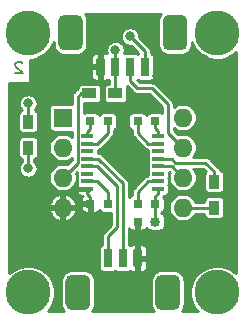
<source format=gbr>
G04 #@! TF.GenerationSoftware,KiCad,Pcbnew,(5.1.9)-1*
G04 #@! TF.CreationDate,2021-05-12T21:32:52+02:00*
G04 #@! TF.ProjectId,GPSMux,4750534d-7578-42e6-9b69-6361645f7063,01*
G04 #@! TF.SameCoordinates,Original*
G04 #@! TF.FileFunction,Copper,L2,Bot*
G04 #@! TF.FilePolarity,Positive*
%FSLAX46Y46*%
G04 Gerber Fmt 4.6, Leading zero omitted, Abs format (unit mm)*
G04 Created by KiCad (PCBNEW (5.1.9)-1) date 2021-05-12 21:32:52*
%MOMM*%
%LPD*%
G01*
G04 APERTURE LIST*
G04 #@! TA.AperFunction,NonConductor*
%ADD10C,0.150000*%
G04 #@! TD*
G04 #@! TA.AperFunction,SMDPad,CuDef*
%ADD11R,1.200000X0.900000*%
G04 #@! TD*
G04 #@! TA.AperFunction,SMDPad,CuDef*
%ADD12R,1.000000X0.400000*%
G04 #@! TD*
G04 #@! TA.AperFunction,ComponentPad*
%ADD13C,3.800000*%
G04 #@! TD*
G04 #@! TA.AperFunction,SMDPad,CuDef*
%ADD14R,0.800000X0.750000*%
G04 #@! TD*
G04 #@! TA.AperFunction,ComponentPad*
%ADD15O,1.600000X1.600000*%
G04 #@! TD*
G04 #@! TA.AperFunction,ComponentPad*
%ADD16R,1.600000X1.600000*%
G04 #@! TD*
G04 #@! TA.AperFunction,SMDPad,CuDef*
%ADD17R,0.900000X1.200000*%
G04 #@! TD*
G04 #@! TA.AperFunction,SMDPad,CuDef*
%ADD18R,0.800000X1.600000*%
G04 #@! TD*
G04 #@! TA.AperFunction,ConnectorPad*
%ADD19R,0.800000X1.600000*%
G04 #@! TD*
G04 #@! TA.AperFunction,ViaPad*
%ADD20C,0.800000*%
G04 #@! TD*
G04 #@! TA.AperFunction,Conductor*
%ADD21C,0.250000*%
G04 #@! TD*
G04 #@! TA.AperFunction,Conductor*
%ADD22C,0.254000*%
G04 #@! TD*
G04 #@! TA.AperFunction,Conductor*
%ADD23C,0.100000*%
G04 #@! TD*
G04 APERTURE END LIST*
D10*
X124485714Y-44547619D02*
X124438095Y-44500000D01*
X124342857Y-44452380D01*
X124104761Y-44452380D01*
X124009523Y-44500000D01*
X123961904Y-44547619D01*
X123914285Y-44642857D01*
X123914285Y-44738095D01*
X123961904Y-44880952D01*
X124533333Y-45452380D01*
X123914285Y-45452380D01*
D11*
X132375000Y-47150000D03*
X130175000Y-47150000D03*
D12*
X130000000Y-50760000D03*
X136000000Y-50760000D03*
X130000000Y-51400000D03*
X136000000Y-51400000D03*
X130000000Y-52040000D03*
X136000000Y-52040000D03*
X130000000Y-52680000D03*
X136000000Y-52680000D03*
X130000000Y-53320000D03*
X136000000Y-53320000D03*
X130000000Y-53960000D03*
X136000000Y-53960000D03*
X130000000Y-54600000D03*
X136000000Y-54600000D03*
X130000000Y-55240000D03*
X136000000Y-55240000D03*
D13*
X125000000Y-42000000D03*
X141000000Y-42000000D03*
X141000000Y-64000000D03*
X125000000Y-64000000D03*
D14*
X134250000Y-49500000D03*
X135750000Y-49500000D03*
X135750000Y-56500000D03*
X134250000Y-56500000D03*
X134250000Y-58000000D03*
X135750000Y-58000000D03*
X131750000Y-49500000D03*
X130250000Y-49500000D03*
X131750000Y-56500000D03*
X130250000Y-56500000D03*
D15*
X138080000Y-49190000D03*
X127920000Y-56810000D03*
X138080000Y-51730000D03*
X127920000Y-54270000D03*
X138080000Y-54270000D03*
X127920000Y-51730000D03*
X138080000Y-56810000D03*
D16*
X127920000Y-49190000D03*
D17*
X125000000Y-51730000D03*
X125000000Y-49530000D03*
G04 #@! TA.AperFunction,ConnectorPad*
G36*
G01*
X128150000Y-64975000D02*
X128150000Y-63025000D01*
G75*
G02*
X128675000Y-62500000I525000J0D01*
G01*
X129725000Y-62500000D01*
G75*
G02*
X130250000Y-63025000I0J-525000D01*
G01*
X130250000Y-64975000D01*
G75*
G02*
X129725000Y-65500000I-525000J0D01*
G01*
X128675000Y-65500000D01*
G75*
G02*
X128150000Y-64975000I0J525000D01*
G01*
G37*
G04 #@! TD.AperFunction*
G04 #@! TA.AperFunction,ConnectorPad*
G36*
G01*
X135750000Y-64975000D02*
X135750000Y-63025000D01*
G75*
G02*
X136275000Y-62500000I525000J0D01*
G01*
X137325000Y-62500000D01*
G75*
G02*
X137850000Y-63025000I0J-525000D01*
G01*
X137850000Y-64975000D01*
G75*
G02*
X137325000Y-65500000I-525000J0D01*
G01*
X136275000Y-65500000D01*
G75*
G02*
X135750000Y-64975000I0J525000D01*
G01*
G37*
G04 #@! TD.AperFunction*
D18*
X131750000Y-61100000D03*
X133000000Y-61100000D03*
G04 #@! TA.AperFunction,SMDPad,CuDef*
G36*
G01*
X133850000Y-61700000D02*
X133850000Y-60500000D01*
G75*
G02*
X134050000Y-60300000I200000J0D01*
G01*
X134450000Y-60300000D01*
G75*
G02*
X134650000Y-60500000I0J-200000D01*
G01*
X134650000Y-61700000D01*
G75*
G02*
X134450000Y-61900000I-200000J0D01*
G01*
X134050000Y-61900000D01*
G75*
G02*
X133850000Y-61700000I0J200000D01*
G01*
G37*
G04 #@! TD.AperFunction*
D17*
X140750000Y-54610000D03*
X140750000Y-56810000D03*
G04 #@! TA.AperFunction,ConnectorPad*
G36*
G01*
X138475000Y-41025000D02*
X138475000Y-42975000D01*
G75*
G02*
X137950000Y-43500000I-525000J0D01*
G01*
X136900000Y-43500000D01*
G75*
G02*
X136375000Y-42975000I0J525000D01*
G01*
X136375000Y-41025000D01*
G75*
G02*
X136900000Y-40500000I525000J0D01*
G01*
X137950000Y-40500000D01*
G75*
G02*
X138475000Y-41025000I0J-525000D01*
G01*
G37*
G04 #@! TD.AperFunction*
G04 #@! TA.AperFunction,ConnectorPad*
G36*
G01*
X129625000Y-41025000D02*
X129625000Y-42975000D01*
G75*
G02*
X129100000Y-43500000I-525000J0D01*
G01*
X128050000Y-43500000D01*
G75*
G02*
X127525000Y-42975000I0J525000D01*
G01*
X127525000Y-41025000D01*
G75*
G02*
X128050000Y-40500000I525000J0D01*
G01*
X129100000Y-40500000D01*
G75*
G02*
X129625000Y-41025000I0J-525000D01*
G01*
G37*
G04 #@! TD.AperFunction*
D19*
X133625000Y-44900000D03*
X134875000Y-44900000D03*
X132375000Y-44900000D03*
G04 #@! TA.AperFunction,ConnectorPad*
G36*
G01*
X131525000Y-44300000D02*
X131525000Y-45500000D01*
G75*
G02*
X131325000Y-45700000I-200000J0D01*
G01*
X130925000Y-45700000D01*
G75*
G02*
X130725000Y-45500000I0J200000D01*
G01*
X130725000Y-44300000D01*
G75*
G02*
X130925000Y-44100000I200000J0D01*
G01*
X131325000Y-44100000D01*
G75*
G02*
X131525000Y-44300000I0J-200000D01*
G01*
G37*
G04 #@! TD.AperFunction*
D20*
X140500000Y-46500000D03*
X130985516Y-59823381D03*
X135875002Y-45700000D03*
X135750000Y-58000000D03*
X125000000Y-53500000D03*
X133625000Y-42325000D03*
X125000000Y-48000056D03*
X132375000Y-43499998D03*
D21*
X130000000Y-55690000D02*
X130250000Y-55940000D01*
X130000000Y-55240000D02*
X130000000Y-55690000D01*
X130250000Y-55940000D02*
X130250000Y-56500000D01*
X135750000Y-58000000D02*
X135750000Y-58000000D01*
X135750000Y-58000000D02*
X135750000Y-56500000D01*
X135750000Y-55875000D02*
X136000000Y-55625000D01*
X135750000Y-56500000D02*
X135750000Y-55875000D01*
X136000000Y-55625000D02*
X136000000Y-55240000D01*
X134875000Y-43575000D02*
X133625000Y-42325000D01*
X134875000Y-44900000D02*
X134875000Y-43575000D01*
X125000000Y-53500000D02*
X125000000Y-51730000D01*
X134250000Y-50500000D02*
X134250000Y-49500000D01*
X135500000Y-51400000D02*
X135150000Y-51400000D01*
X135150000Y-51400000D02*
X134250000Y-50500000D01*
X136000000Y-50310000D02*
X135750000Y-50060000D01*
X136000000Y-50760000D02*
X136000000Y-50310000D01*
X135750000Y-50060000D02*
X135750000Y-49500000D01*
X135150000Y-54600000D02*
X136000000Y-54600000D01*
X134250000Y-56500000D02*
X134250000Y-55500000D01*
X134250000Y-55500000D02*
X135150000Y-54600000D01*
X130250000Y-50125000D02*
X130000000Y-50375000D01*
X130250000Y-49500000D02*
X130250000Y-50125000D01*
X130000000Y-50375000D02*
X130000000Y-50760000D01*
X130850000Y-51400000D02*
X130000000Y-51400000D01*
X131750000Y-49500000D02*
X131750000Y-50500000D01*
X131750000Y-50500000D02*
X130850000Y-51400000D01*
X130850000Y-54600000D02*
X130000000Y-54600000D01*
X131750000Y-56500000D02*
X131750000Y-55500000D01*
X131750000Y-55500000D02*
X130850000Y-54600000D01*
X125000000Y-48000056D02*
X125000000Y-49530000D01*
X129450000Y-47150000D02*
X130175000Y-47150000D01*
X129174999Y-47425001D02*
X129450000Y-47150000D01*
X127920000Y-54270000D02*
X129174999Y-53015001D01*
X129174999Y-53015001D02*
X129174999Y-47425001D01*
X140050000Y-56810000D02*
X138080000Y-56810000D01*
X140750000Y-56810000D02*
X140050000Y-56810000D01*
X134225000Y-46725000D02*
X133625000Y-46125000D01*
X136825001Y-50475001D02*
X136825001Y-50299999D01*
X136825001Y-50299999D02*
X136800000Y-50274998D01*
X138080000Y-51730000D02*
X136825001Y-50475001D01*
X136800000Y-50274998D02*
X136800000Y-48075000D01*
X133625000Y-46125000D02*
X133625000Y-44900000D01*
X135450000Y-46725000D02*
X134225000Y-46725000D01*
X136800000Y-48075000D02*
X135450000Y-46725000D01*
X137130000Y-53320000D02*
X138080000Y-54270000D01*
X136000000Y-53320000D02*
X137130000Y-53320000D01*
X131750000Y-61100000D02*
X131750000Y-59250000D01*
X131750000Y-59250000D02*
X132500000Y-58500000D01*
X132375000Y-58625000D02*
X132500000Y-58500000D01*
X130820000Y-53320000D02*
X130000000Y-53320000D01*
X132500000Y-58500000D02*
X132500000Y-55000000D01*
X132500000Y-55000000D02*
X130820000Y-53320000D01*
X130930000Y-52680000D02*
X130000000Y-52680000D01*
X133000000Y-61100000D02*
X133000000Y-54750000D01*
X133000000Y-54750000D02*
X130930000Y-52680000D01*
X140000000Y-53000000D02*
X140750000Y-53750000D01*
X140750000Y-53750000D02*
X140750000Y-54650000D01*
X137446411Y-53000000D02*
X140000000Y-53000000D01*
X137126411Y-52680000D02*
X137446411Y-53000000D01*
X136000000Y-52680000D02*
X137126411Y-52680000D01*
X132375000Y-44900000D02*
X132375000Y-43499998D01*
X132375000Y-47150000D02*
X132375000Y-44900000D01*
D22*
X136145156Y-40520629D02*
X136061262Y-40677584D01*
X136009601Y-40847889D01*
X135992157Y-41025000D01*
X135992157Y-42975000D01*
X136009601Y-43152111D01*
X136061262Y-43322416D01*
X136145156Y-43479371D01*
X136258058Y-43616942D01*
X136395629Y-43729844D01*
X136552584Y-43813738D01*
X136722889Y-43865399D01*
X136900000Y-43882843D01*
X137950000Y-43882843D01*
X138127111Y-43865399D01*
X138297416Y-43813738D01*
X138454371Y-43729844D01*
X138591942Y-43616942D01*
X138704844Y-43479371D01*
X138788738Y-43322416D01*
X138840399Y-43152111D01*
X138857843Y-42975000D01*
X138857843Y-42788917D01*
X138978604Y-43080459D01*
X139228231Y-43454053D01*
X139545947Y-43771769D01*
X139919541Y-44021396D01*
X140334657Y-44193343D01*
X140775341Y-44281000D01*
X141224659Y-44281000D01*
X141665343Y-44193343D01*
X142080459Y-44021396D01*
X142454053Y-43771769D01*
X142594000Y-43631822D01*
X142594001Y-62368179D01*
X142454053Y-62228231D01*
X142080459Y-61978604D01*
X141665343Y-61806657D01*
X141224659Y-61719000D01*
X140775341Y-61719000D01*
X140334657Y-61806657D01*
X139919541Y-61978604D01*
X139545947Y-62228231D01*
X139228231Y-62545947D01*
X138978604Y-62919541D01*
X138806657Y-63334657D01*
X138719000Y-63775341D01*
X138719000Y-64224659D01*
X138806657Y-64665343D01*
X138978604Y-65080459D01*
X139228231Y-65454053D01*
X139368178Y-65594000D01*
X137985770Y-65594000D01*
X138079844Y-65479371D01*
X138163738Y-65322416D01*
X138215399Y-65152111D01*
X138232843Y-64975000D01*
X138232843Y-63025000D01*
X138215399Y-62847889D01*
X138163738Y-62677584D01*
X138079844Y-62520629D01*
X137966942Y-62383058D01*
X137829371Y-62270156D01*
X137672416Y-62186262D01*
X137502111Y-62134601D01*
X137325000Y-62117157D01*
X136275000Y-62117157D01*
X136097889Y-62134601D01*
X135927584Y-62186262D01*
X135770629Y-62270156D01*
X135633058Y-62383058D01*
X135520156Y-62520629D01*
X135436262Y-62677584D01*
X135384601Y-62847889D01*
X135367157Y-63025000D01*
X135367157Y-64975000D01*
X135384601Y-65152111D01*
X135436262Y-65322416D01*
X135520156Y-65479371D01*
X135614230Y-65594000D01*
X130385770Y-65594000D01*
X130479844Y-65479371D01*
X130563738Y-65322416D01*
X130615399Y-65152111D01*
X130632843Y-64975000D01*
X130632843Y-63025000D01*
X130615399Y-62847889D01*
X130563738Y-62677584D01*
X130479844Y-62520629D01*
X130366942Y-62383058D01*
X130229371Y-62270156D01*
X130072416Y-62186262D01*
X129902111Y-62134601D01*
X129725000Y-62117157D01*
X128675000Y-62117157D01*
X128497889Y-62134601D01*
X128327584Y-62186262D01*
X128170629Y-62270156D01*
X128033058Y-62383058D01*
X127920156Y-62520629D01*
X127836262Y-62677584D01*
X127784601Y-62847889D01*
X127767157Y-63025000D01*
X127767157Y-64975000D01*
X127784601Y-65152111D01*
X127836262Y-65322416D01*
X127920156Y-65479371D01*
X128014230Y-65594000D01*
X126631822Y-65594000D01*
X126771769Y-65454053D01*
X127021396Y-65080459D01*
X127193343Y-64665343D01*
X127281000Y-64224659D01*
X127281000Y-63775341D01*
X127193343Y-63334657D01*
X127021396Y-62919541D01*
X126771769Y-62545947D01*
X126454053Y-62228231D01*
X126080459Y-61978604D01*
X125665343Y-61806657D01*
X125224659Y-61719000D01*
X124775341Y-61719000D01*
X124334657Y-61806657D01*
X123919541Y-61978604D01*
X123545947Y-62228231D01*
X123406000Y-62368178D01*
X123406000Y-57119114D01*
X126780171Y-57119114D01*
X126800527Y-57186239D01*
X126895438Y-57397408D01*
X127029722Y-57586003D01*
X127198219Y-57744777D01*
X127394454Y-57867628D01*
X127610885Y-57949835D01*
X127793000Y-57888908D01*
X127793000Y-56937000D01*
X128047000Y-56937000D01*
X128047000Y-57888908D01*
X128229115Y-57949835D01*
X128445546Y-57867628D01*
X128641781Y-57744777D01*
X128810278Y-57586003D01*
X128944562Y-57397408D01*
X129039473Y-57186239D01*
X129059829Y-57119114D01*
X128998297Y-56937000D01*
X128047000Y-56937000D01*
X127793000Y-56937000D01*
X126841703Y-56937000D01*
X126780171Y-57119114D01*
X123406000Y-57119114D01*
X123406000Y-56875000D01*
X129467157Y-56875000D01*
X129474513Y-56949689D01*
X129496299Y-57021508D01*
X129531678Y-57087696D01*
X129579289Y-57145711D01*
X129637304Y-57193322D01*
X129703492Y-57228701D01*
X129775311Y-57250487D01*
X129850000Y-57257843D01*
X130027750Y-57256000D01*
X130123000Y-57160750D01*
X130123000Y-56627000D01*
X129564250Y-56627000D01*
X129469000Y-56722250D01*
X129467157Y-56875000D01*
X123406000Y-56875000D01*
X123406000Y-56500886D01*
X126780171Y-56500886D01*
X126841703Y-56683000D01*
X127793000Y-56683000D01*
X127793000Y-55731092D01*
X128047000Y-55731092D01*
X128047000Y-56683000D01*
X128998297Y-56683000D01*
X129059829Y-56500886D01*
X129039473Y-56433761D01*
X128944562Y-56222592D01*
X128810278Y-56033997D01*
X128641781Y-55875223D01*
X128445546Y-55752372D01*
X128229115Y-55670165D01*
X128047000Y-55731092D01*
X127793000Y-55731092D01*
X127610885Y-55670165D01*
X127394454Y-55752372D01*
X127198219Y-55875223D01*
X127029722Y-56033997D01*
X126895438Y-56222592D01*
X126800527Y-56433761D01*
X126780171Y-56500886D01*
X123406000Y-56500886D01*
X123406000Y-51130000D01*
X124167157Y-51130000D01*
X124167157Y-52330000D01*
X124174513Y-52404689D01*
X124196299Y-52476508D01*
X124231678Y-52542696D01*
X124279289Y-52600711D01*
X124337304Y-52648322D01*
X124403492Y-52683701D01*
X124475311Y-52705487D01*
X124494000Y-52707328D01*
X124494000Y-52901499D01*
X124393358Y-53002141D01*
X124307887Y-53130058D01*
X124249013Y-53272191D01*
X124219000Y-53423078D01*
X124219000Y-53576922D01*
X124249013Y-53727809D01*
X124307887Y-53869942D01*
X124393358Y-53997859D01*
X124502141Y-54106642D01*
X124630058Y-54192113D01*
X124772191Y-54250987D01*
X124923078Y-54281000D01*
X125076922Y-54281000D01*
X125227809Y-54250987D01*
X125369942Y-54192113D01*
X125497859Y-54106642D01*
X125606642Y-53997859D01*
X125692113Y-53869942D01*
X125750987Y-53727809D01*
X125781000Y-53576922D01*
X125781000Y-53423078D01*
X125750987Y-53272191D01*
X125692113Y-53130058D01*
X125606642Y-53002141D01*
X125506000Y-52901499D01*
X125506000Y-52707328D01*
X125524689Y-52705487D01*
X125596508Y-52683701D01*
X125662696Y-52648322D01*
X125720711Y-52600711D01*
X125768322Y-52542696D01*
X125803701Y-52476508D01*
X125825487Y-52404689D01*
X125832843Y-52330000D01*
X125832843Y-51130000D01*
X125825487Y-51055311D01*
X125803701Y-50983492D01*
X125768322Y-50917304D01*
X125720711Y-50859289D01*
X125662696Y-50811678D01*
X125596508Y-50776299D01*
X125524689Y-50754513D01*
X125450000Y-50747157D01*
X124550000Y-50747157D01*
X124475311Y-50754513D01*
X124403492Y-50776299D01*
X124337304Y-50811678D01*
X124279289Y-50859289D01*
X124231678Y-50917304D01*
X124196299Y-50983492D01*
X124174513Y-51055311D01*
X124167157Y-51130000D01*
X123406000Y-51130000D01*
X123406000Y-48930000D01*
X124167157Y-48930000D01*
X124167157Y-50130000D01*
X124174513Y-50204689D01*
X124196299Y-50276508D01*
X124231678Y-50342696D01*
X124279289Y-50400711D01*
X124337304Y-50448322D01*
X124403492Y-50483701D01*
X124475311Y-50505487D01*
X124550000Y-50512843D01*
X125450000Y-50512843D01*
X125524689Y-50505487D01*
X125596508Y-50483701D01*
X125662696Y-50448322D01*
X125720711Y-50400711D01*
X125768322Y-50342696D01*
X125803701Y-50276508D01*
X125825487Y-50204689D01*
X125832843Y-50130000D01*
X125832843Y-48930000D01*
X125825487Y-48855311D01*
X125803701Y-48783492D01*
X125768322Y-48717304D01*
X125720711Y-48659289D01*
X125662696Y-48611678D01*
X125596508Y-48576299D01*
X125544143Y-48560414D01*
X125606642Y-48497915D01*
X125678748Y-48390000D01*
X126737157Y-48390000D01*
X126737157Y-49990000D01*
X126744513Y-50064689D01*
X126766299Y-50136508D01*
X126801678Y-50202696D01*
X126849289Y-50260711D01*
X126907304Y-50308322D01*
X126973492Y-50343701D01*
X127045311Y-50365487D01*
X127120000Y-50372843D01*
X128668999Y-50372843D01*
X128668999Y-50810090D01*
X128479413Y-50683412D01*
X128264485Y-50594386D01*
X128036318Y-50549000D01*
X127803682Y-50549000D01*
X127575515Y-50594386D01*
X127360587Y-50683412D01*
X127167157Y-50812658D01*
X127002658Y-50977157D01*
X126873412Y-51170587D01*
X126784386Y-51385515D01*
X126739000Y-51613682D01*
X126739000Y-51846318D01*
X126784386Y-52074485D01*
X126873412Y-52289413D01*
X127002658Y-52482843D01*
X127167157Y-52647342D01*
X127360587Y-52776588D01*
X127575515Y-52865614D01*
X127803682Y-52911000D01*
X128036318Y-52911000D01*
X128264485Y-52865614D01*
X128479413Y-52776588D01*
X128668999Y-52649910D01*
X128668999Y-52805409D01*
X128317898Y-53156510D01*
X128264485Y-53134386D01*
X128036318Y-53089000D01*
X127803682Y-53089000D01*
X127575515Y-53134386D01*
X127360587Y-53223412D01*
X127167157Y-53352658D01*
X127002658Y-53517157D01*
X126873412Y-53710587D01*
X126784386Y-53925515D01*
X126739000Y-54153682D01*
X126739000Y-54386318D01*
X126784386Y-54614485D01*
X126873412Y-54829413D01*
X127002658Y-55022843D01*
X127167157Y-55187342D01*
X127360587Y-55316588D01*
X127575515Y-55405614D01*
X127803682Y-55451000D01*
X128036318Y-55451000D01*
X128264485Y-55405614D01*
X128479413Y-55316588D01*
X128672843Y-55187342D01*
X128837342Y-55022843D01*
X128966588Y-54829413D01*
X129055614Y-54614485D01*
X129101000Y-54386318D01*
X129101000Y-54153682D01*
X129055614Y-53925515D01*
X129033490Y-53872102D01*
X129117157Y-53788435D01*
X129117157Y-54160000D01*
X129124513Y-54234689D01*
X129138258Y-54280000D01*
X129124513Y-54325311D01*
X129117157Y-54400000D01*
X129117157Y-54800000D01*
X129124513Y-54874689D01*
X129138258Y-54920000D01*
X129124513Y-54965311D01*
X129117157Y-55040000D01*
X129119000Y-55071750D01*
X129214250Y-55167000D01*
X129397333Y-55167000D01*
X129425311Y-55175487D01*
X129500000Y-55182843D01*
X130147000Y-55182843D01*
X130147000Y-55313000D01*
X130127000Y-55313000D01*
X130127000Y-55387000D01*
X129873000Y-55387000D01*
X129873000Y-55313000D01*
X129214250Y-55313000D01*
X129119000Y-55408250D01*
X129117157Y-55440000D01*
X129124513Y-55514689D01*
X129146299Y-55586508D01*
X129181678Y-55652696D01*
X129229289Y-55710711D01*
X129287304Y-55758322D01*
X129353492Y-55793701D01*
X129425311Y-55815487D01*
X129500000Y-55822843D01*
X129618565Y-55822056D01*
X129579289Y-55854289D01*
X129531678Y-55912304D01*
X129496299Y-55978492D01*
X129474513Y-56050311D01*
X129467157Y-56125000D01*
X129469000Y-56277750D01*
X129564250Y-56373000D01*
X130123000Y-56373000D01*
X130123000Y-56353000D01*
X130377000Y-56353000D01*
X130377000Y-56373000D01*
X130397000Y-56373000D01*
X130397000Y-56627000D01*
X130377000Y-56627000D01*
X130377000Y-57160750D01*
X130472250Y-57256000D01*
X130650000Y-57257843D01*
X130724689Y-57250487D01*
X130796508Y-57228701D01*
X130862696Y-57193322D01*
X130920711Y-57145711D01*
X130968322Y-57087696D01*
X131000000Y-57028432D01*
X131031678Y-57087696D01*
X131079289Y-57145711D01*
X131137304Y-57193322D01*
X131203492Y-57228701D01*
X131275311Y-57250487D01*
X131350000Y-57257843D01*
X131994000Y-57257843D01*
X131994000Y-58290408D01*
X131409780Y-58874629D01*
X131390474Y-58890473D01*
X131327242Y-58967521D01*
X131318152Y-58984527D01*
X131280255Y-59055426D01*
X131251322Y-59150808D01*
X131241553Y-59250000D01*
X131244001Y-59274856D01*
X131244001Y-59934011D01*
X131203492Y-59946299D01*
X131137304Y-59981678D01*
X131079289Y-60029289D01*
X131031678Y-60087304D01*
X130996299Y-60153492D01*
X130974513Y-60225311D01*
X130967157Y-60300000D01*
X130967157Y-61900000D01*
X130974513Y-61974689D01*
X130996299Y-62046508D01*
X131031678Y-62112696D01*
X131079289Y-62170711D01*
X131137304Y-62218322D01*
X131203492Y-62253701D01*
X131275311Y-62275487D01*
X131350000Y-62282843D01*
X132150000Y-62282843D01*
X132224689Y-62275487D01*
X132296508Y-62253701D01*
X132362696Y-62218322D01*
X132375000Y-62208225D01*
X132387304Y-62218322D01*
X132453492Y-62253701D01*
X132525311Y-62275487D01*
X132600000Y-62282843D01*
X133400000Y-62282843D01*
X133474689Y-62275487D01*
X133546508Y-62253701D01*
X133612696Y-62218322D01*
X133625000Y-62208225D01*
X133637304Y-62218322D01*
X133703492Y-62253701D01*
X133775311Y-62275487D01*
X133850000Y-62282843D01*
X134027750Y-62281000D01*
X134123000Y-62185750D01*
X134123000Y-61227000D01*
X134377000Y-61227000D01*
X134377000Y-62185750D01*
X134472250Y-62281000D01*
X134650000Y-62282843D01*
X134724689Y-62275487D01*
X134796508Y-62253701D01*
X134862696Y-62218322D01*
X134920711Y-62170711D01*
X134968322Y-62112696D01*
X135003701Y-62046508D01*
X135025487Y-61974689D01*
X135032843Y-61900000D01*
X135031000Y-61322250D01*
X134935750Y-61227000D01*
X134377000Y-61227000D01*
X134123000Y-61227000D01*
X134103000Y-61227000D01*
X134103000Y-60973000D01*
X134123000Y-60973000D01*
X134123000Y-60014250D01*
X134377000Y-60014250D01*
X134377000Y-60973000D01*
X134935750Y-60973000D01*
X135031000Y-60877750D01*
X135032843Y-60300000D01*
X135025487Y-60225311D01*
X135003701Y-60153492D01*
X134968322Y-60087304D01*
X134920711Y-60029289D01*
X134862696Y-59981678D01*
X134796508Y-59946299D01*
X134724689Y-59924513D01*
X134650000Y-59917157D01*
X134472250Y-59919000D01*
X134377000Y-60014250D01*
X134123000Y-60014250D01*
X134027750Y-59919000D01*
X133850000Y-59917157D01*
X133775311Y-59924513D01*
X133703492Y-59946299D01*
X133637304Y-59981678D01*
X133625000Y-59991775D01*
X133612696Y-59981678D01*
X133546508Y-59946299D01*
X133506000Y-59934011D01*
X133506000Y-58539657D01*
X133531678Y-58587696D01*
X133579289Y-58645711D01*
X133637304Y-58693322D01*
X133703492Y-58728701D01*
X133775311Y-58750487D01*
X133850000Y-58757843D01*
X134027750Y-58756000D01*
X134123000Y-58660750D01*
X134123000Y-58127000D01*
X134103000Y-58127000D01*
X134103000Y-57873000D01*
X134123000Y-57873000D01*
X134123000Y-57853000D01*
X134377000Y-57853000D01*
X134377000Y-57873000D01*
X134397000Y-57873000D01*
X134397000Y-58127000D01*
X134377000Y-58127000D01*
X134377000Y-58660750D01*
X134472250Y-58756000D01*
X134650000Y-58757843D01*
X134724689Y-58750487D01*
X134796508Y-58728701D01*
X134862696Y-58693322D01*
X134920711Y-58645711D01*
X134968322Y-58587696D01*
X135000000Y-58528432D01*
X135031678Y-58587696D01*
X135079289Y-58645711D01*
X135137304Y-58693322D01*
X135203492Y-58728701D01*
X135275311Y-58750487D01*
X135350000Y-58757843D01*
X135556659Y-58757843D01*
X135673078Y-58781000D01*
X135826922Y-58781000D01*
X135943341Y-58757843D01*
X136150000Y-58757843D01*
X136224689Y-58750487D01*
X136296508Y-58728701D01*
X136362696Y-58693322D01*
X136420711Y-58645711D01*
X136468322Y-58587696D01*
X136503701Y-58521508D01*
X136525487Y-58449689D01*
X136532843Y-58375000D01*
X136532843Y-57625000D01*
X136525487Y-57550311D01*
X136503701Y-57478492D01*
X136468322Y-57412304D01*
X136420711Y-57354289D01*
X136362696Y-57306678D01*
X136296508Y-57271299D01*
X136256000Y-57259011D01*
X136256000Y-57240989D01*
X136296508Y-57228701D01*
X136362696Y-57193322D01*
X136420711Y-57145711D01*
X136468322Y-57087696D01*
X136503701Y-57021508D01*
X136525487Y-56949689D01*
X136532843Y-56875000D01*
X136532843Y-56693682D01*
X136899000Y-56693682D01*
X136899000Y-56926318D01*
X136944386Y-57154485D01*
X137033412Y-57369413D01*
X137162658Y-57562843D01*
X137327157Y-57727342D01*
X137520587Y-57856588D01*
X137735515Y-57945614D01*
X137963682Y-57991000D01*
X138196318Y-57991000D01*
X138424485Y-57945614D01*
X138639413Y-57856588D01*
X138832843Y-57727342D01*
X138997342Y-57562843D01*
X139126588Y-57369413D01*
X139148712Y-57316000D01*
X139917157Y-57316000D01*
X139917157Y-57410000D01*
X139924513Y-57484689D01*
X139946299Y-57556508D01*
X139981678Y-57622696D01*
X140029289Y-57680711D01*
X140087304Y-57728322D01*
X140153492Y-57763701D01*
X140225311Y-57785487D01*
X140300000Y-57792843D01*
X141200000Y-57792843D01*
X141274689Y-57785487D01*
X141346508Y-57763701D01*
X141412696Y-57728322D01*
X141470711Y-57680711D01*
X141518322Y-57622696D01*
X141553701Y-57556508D01*
X141575487Y-57484689D01*
X141582843Y-57410000D01*
X141582843Y-56210000D01*
X141575487Y-56135311D01*
X141553701Y-56063492D01*
X141518322Y-55997304D01*
X141470711Y-55939289D01*
X141412696Y-55891678D01*
X141346508Y-55856299D01*
X141274689Y-55834513D01*
X141200000Y-55827157D01*
X140300000Y-55827157D01*
X140225311Y-55834513D01*
X140153492Y-55856299D01*
X140087304Y-55891678D01*
X140029289Y-55939289D01*
X139981678Y-55997304D01*
X139946299Y-56063492D01*
X139924513Y-56135311D01*
X139917157Y-56210000D01*
X139917157Y-56304000D01*
X139148712Y-56304000D01*
X139126588Y-56250587D01*
X138997342Y-56057157D01*
X138832843Y-55892658D01*
X138639413Y-55763412D01*
X138424485Y-55674386D01*
X138196318Y-55629000D01*
X137963682Y-55629000D01*
X137735515Y-55674386D01*
X137520587Y-55763412D01*
X137327157Y-55892658D01*
X137162658Y-56057157D01*
X137033412Y-56250587D01*
X136944386Y-56465515D01*
X136899000Y-56693682D01*
X136532843Y-56693682D01*
X136532843Y-56125000D01*
X136525487Y-56050311D01*
X136503701Y-55978492D01*
X136468322Y-55912304D01*
X136439168Y-55876780D01*
X136467998Y-55822843D01*
X136500000Y-55822843D01*
X136574689Y-55815487D01*
X136646508Y-55793701D01*
X136712696Y-55758322D01*
X136770711Y-55710711D01*
X136818322Y-55652696D01*
X136853701Y-55586508D01*
X136875487Y-55514689D01*
X136882843Y-55440000D01*
X136882843Y-55040000D01*
X136875487Y-54965311D01*
X136861742Y-54920000D01*
X136875487Y-54874689D01*
X136882843Y-54800000D01*
X136882843Y-54400000D01*
X136875487Y-54325311D01*
X136861742Y-54280000D01*
X136875487Y-54234689D01*
X136882843Y-54160000D01*
X136882843Y-53826000D01*
X136920409Y-53826000D01*
X136966510Y-53872102D01*
X136944386Y-53925515D01*
X136899000Y-54153682D01*
X136899000Y-54386318D01*
X136944386Y-54614485D01*
X137033412Y-54829413D01*
X137162658Y-55022843D01*
X137327157Y-55187342D01*
X137520587Y-55316588D01*
X137735515Y-55405614D01*
X137963682Y-55451000D01*
X138196318Y-55451000D01*
X138424485Y-55405614D01*
X138639413Y-55316588D01*
X138832843Y-55187342D01*
X138997342Y-55022843D01*
X139126588Y-54829413D01*
X139215614Y-54614485D01*
X139261000Y-54386318D01*
X139261000Y-54153682D01*
X139215614Y-53925515D01*
X139126588Y-53710587D01*
X138997342Y-53517157D01*
X138986185Y-53506000D01*
X139790409Y-53506000D01*
X140026769Y-53742360D01*
X139981678Y-53797304D01*
X139946299Y-53863492D01*
X139924513Y-53935311D01*
X139917157Y-54010000D01*
X139917157Y-55210000D01*
X139924513Y-55284689D01*
X139946299Y-55356508D01*
X139981678Y-55422696D01*
X140029289Y-55480711D01*
X140087304Y-55528322D01*
X140153492Y-55563701D01*
X140225311Y-55585487D01*
X140300000Y-55592843D01*
X141200000Y-55592843D01*
X141274689Y-55585487D01*
X141346508Y-55563701D01*
X141412696Y-55528322D01*
X141470711Y-55480711D01*
X141518322Y-55422696D01*
X141553701Y-55356508D01*
X141575487Y-55284689D01*
X141582843Y-55210000D01*
X141582843Y-54010000D01*
X141575487Y-53935311D01*
X141553701Y-53863492D01*
X141518322Y-53797304D01*
X141470711Y-53739289D01*
X141412696Y-53691678D01*
X141346508Y-53656299D01*
X141274689Y-53634513D01*
X141242782Y-53631371D01*
X141219745Y-53555425D01*
X141203404Y-53524854D01*
X141172759Y-53467521D01*
X141109527Y-53390473D01*
X141090220Y-53374628D01*
X140375376Y-52659785D01*
X140359527Y-52640473D01*
X140282479Y-52577241D01*
X140194575Y-52530255D01*
X140099193Y-52501322D01*
X140024854Y-52494000D01*
X140024846Y-52494000D01*
X140000000Y-52491553D01*
X139975154Y-52494000D01*
X138986185Y-52494000D01*
X138997342Y-52482843D01*
X139126588Y-52289413D01*
X139215614Y-52074485D01*
X139261000Y-51846318D01*
X139261000Y-51613682D01*
X139215614Y-51385515D01*
X139126588Y-51170587D01*
X138997342Y-50977157D01*
X138832843Y-50812658D01*
X138639413Y-50683412D01*
X138424485Y-50594386D01*
X138196318Y-50549000D01*
X137963682Y-50549000D01*
X137735515Y-50594386D01*
X137682102Y-50616510D01*
X137329937Y-50264346D01*
X137323679Y-50200807D01*
X137306000Y-50142526D01*
X137306000Y-50086185D01*
X137327157Y-50107342D01*
X137520587Y-50236588D01*
X137735515Y-50325614D01*
X137963682Y-50371000D01*
X138196318Y-50371000D01*
X138424485Y-50325614D01*
X138639413Y-50236588D01*
X138832843Y-50107342D01*
X138997342Y-49942843D01*
X139126588Y-49749413D01*
X139215614Y-49534485D01*
X139261000Y-49306318D01*
X139261000Y-49073682D01*
X139215614Y-48845515D01*
X139126588Y-48630587D01*
X138997342Y-48437157D01*
X138832843Y-48272658D01*
X138639413Y-48143412D01*
X138424485Y-48054386D01*
X138196318Y-48009000D01*
X137963682Y-48009000D01*
X137735515Y-48054386D01*
X137520587Y-48143412D01*
X137327157Y-48272658D01*
X137306000Y-48293815D01*
X137306000Y-48099845D01*
X137308447Y-48074999D01*
X137306000Y-48050153D01*
X137306000Y-48050146D01*
X137298678Y-47975807D01*
X137298495Y-47975202D01*
X137285829Y-47933448D01*
X137269745Y-47880425D01*
X137222759Y-47792521D01*
X137159527Y-47715473D01*
X137140220Y-47699628D01*
X135825376Y-46384785D01*
X135809527Y-46365473D01*
X135732479Y-46302241D01*
X135644575Y-46255255D01*
X135549193Y-46226322D01*
X135474854Y-46219000D01*
X135474846Y-46219000D01*
X135450000Y-46216553D01*
X135425154Y-46219000D01*
X134434592Y-46219000D01*
X134235231Y-46019640D01*
X134237696Y-46018322D01*
X134250000Y-46008225D01*
X134262304Y-46018322D01*
X134328492Y-46053701D01*
X134400311Y-46075487D01*
X134475000Y-46082843D01*
X135275000Y-46082843D01*
X135349689Y-46075487D01*
X135421508Y-46053701D01*
X135487696Y-46018322D01*
X135545711Y-45970711D01*
X135593322Y-45912696D01*
X135628701Y-45846508D01*
X135650487Y-45774689D01*
X135657843Y-45700000D01*
X135657843Y-44100000D01*
X135650487Y-44025311D01*
X135628701Y-43953492D01*
X135593322Y-43887304D01*
X135545711Y-43829289D01*
X135487696Y-43781678D01*
X135421508Y-43746299D01*
X135381000Y-43734011D01*
X135381000Y-43599846D01*
X135383447Y-43575000D01*
X135381000Y-43550154D01*
X135381000Y-43550146D01*
X135373678Y-43475807D01*
X135344745Y-43380425D01*
X135297759Y-43292521D01*
X135234527Y-43215473D01*
X135215220Y-43199628D01*
X134406000Y-42390409D01*
X134406000Y-42248078D01*
X134375987Y-42097191D01*
X134317113Y-41955058D01*
X134231642Y-41827141D01*
X134122859Y-41718358D01*
X133994942Y-41632887D01*
X133852809Y-41574013D01*
X133701922Y-41544000D01*
X133548078Y-41544000D01*
X133397191Y-41574013D01*
X133255058Y-41632887D01*
X133127141Y-41718358D01*
X133018358Y-41827141D01*
X132932887Y-41955058D01*
X132874013Y-42097191D01*
X132844000Y-42248078D01*
X132844000Y-42401922D01*
X132874013Y-42552809D01*
X132932887Y-42694942D01*
X133018358Y-42822859D01*
X133127141Y-42931642D01*
X133255058Y-43017113D01*
X133397191Y-43075987D01*
X133548078Y-43106000D01*
X133690409Y-43106000D01*
X134330192Y-43745783D01*
X134328492Y-43746299D01*
X134262304Y-43781678D01*
X134250000Y-43791775D01*
X134237696Y-43781678D01*
X134171508Y-43746299D01*
X134099689Y-43724513D01*
X134025000Y-43717157D01*
X133225000Y-43717157D01*
X133150311Y-43724513D01*
X133124052Y-43732479D01*
X133125987Y-43727807D01*
X133156000Y-43576920D01*
X133156000Y-43423076D01*
X133125987Y-43272189D01*
X133067113Y-43130056D01*
X132981642Y-43002139D01*
X132872859Y-42893356D01*
X132744942Y-42807885D01*
X132602809Y-42749011D01*
X132451922Y-42718998D01*
X132298078Y-42718998D01*
X132147191Y-42749011D01*
X132005058Y-42807885D01*
X131877141Y-42893356D01*
X131768358Y-43002139D01*
X131682887Y-43130056D01*
X131624013Y-43272189D01*
X131594000Y-43423076D01*
X131594000Y-43576920D01*
X131624013Y-43727807D01*
X131625948Y-43732479D01*
X131599689Y-43724513D01*
X131525000Y-43717157D01*
X131347250Y-43719000D01*
X131252000Y-43814250D01*
X131252000Y-44773000D01*
X131272000Y-44773000D01*
X131272000Y-45027000D01*
X131252000Y-45027000D01*
X131252000Y-45985750D01*
X131347250Y-46081000D01*
X131525000Y-46082843D01*
X131599689Y-46075487D01*
X131671508Y-46053701D01*
X131737696Y-46018322D01*
X131750000Y-46008225D01*
X131762304Y-46018322D01*
X131828492Y-46053701D01*
X131869000Y-46065989D01*
X131869000Y-46317157D01*
X131775000Y-46317157D01*
X131700311Y-46324513D01*
X131628492Y-46346299D01*
X131562304Y-46381678D01*
X131504289Y-46429289D01*
X131456678Y-46487304D01*
X131421299Y-46553492D01*
X131399513Y-46625311D01*
X131392157Y-46700000D01*
X131392157Y-47600000D01*
X131399513Y-47674689D01*
X131421299Y-47746508D01*
X131456678Y-47812696D01*
X131504289Y-47870711D01*
X131562304Y-47918322D01*
X131628492Y-47953701D01*
X131700311Y-47975487D01*
X131775000Y-47982843D01*
X132975000Y-47982843D01*
X133049689Y-47975487D01*
X133121508Y-47953701D01*
X133187696Y-47918322D01*
X133245711Y-47870711D01*
X133293322Y-47812696D01*
X133328701Y-47746508D01*
X133350487Y-47674689D01*
X133357843Y-47600000D01*
X133357843Y-46700000D01*
X133350487Y-46625311D01*
X133328701Y-46553492D01*
X133318136Y-46533728D01*
X133849628Y-47065220D01*
X133865473Y-47084527D01*
X133942521Y-47147759D01*
X134030425Y-47194745D01*
X134125806Y-47223678D01*
X134135694Y-47224652D01*
X134200146Y-47231000D01*
X134200153Y-47231000D01*
X134224999Y-47233447D01*
X134249845Y-47231000D01*
X135240409Y-47231000D01*
X136294001Y-48284593D01*
X136294001Y-48770538D01*
X136224689Y-48749513D01*
X136150000Y-48742157D01*
X135350000Y-48742157D01*
X135275311Y-48749513D01*
X135203492Y-48771299D01*
X135137304Y-48806678D01*
X135079289Y-48854289D01*
X135031678Y-48912304D01*
X135000000Y-48971568D01*
X134968322Y-48912304D01*
X134920711Y-48854289D01*
X134862696Y-48806678D01*
X134796508Y-48771299D01*
X134724689Y-48749513D01*
X134650000Y-48742157D01*
X133850000Y-48742157D01*
X133775311Y-48749513D01*
X133703492Y-48771299D01*
X133637304Y-48806678D01*
X133579289Y-48854289D01*
X133531678Y-48912304D01*
X133496299Y-48978492D01*
X133474513Y-49050311D01*
X133467157Y-49125000D01*
X133467157Y-49875000D01*
X133474513Y-49949689D01*
X133496299Y-50021508D01*
X133531678Y-50087696D01*
X133579289Y-50145711D01*
X133637304Y-50193322D01*
X133703492Y-50228701D01*
X133744000Y-50240989D01*
X133744000Y-50475153D01*
X133741553Y-50500000D01*
X133744000Y-50524846D01*
X133744000Y-50524853D01*
X133751322Y-50599192D01*
X133780255Y-50694574D01*
X133827241Y-50782479D01*
X133890473Y-50859527D01*
X133909785Y-50875376D01*
X134774628Y-51740220D01*
X134790473Y-51759527D01*
X134867521Y-51822759D01*
X134955425Y-51869745D01*
X135050806Y-51898678D01*
X135060694Y-51899652D01*
X135117157Y-51905213D01*
X135117157Y-52240000D01*
X135124513Y-52314689D01*
X135138258Y-52360000D01*
X135124513Y-52405311D01*
X135117157Y-52480000D01*
X135117157Y-52880000D01*
X135124513Y-52954689D01*
X135138258Y-52999999D01*
X135124513Y-53045311D01*
X135117157Y-53120000D01*
X135117157Y-53520000D01*
X135124513Y-53594689D01*
X135138258Y-53640000D01*
X135124513Y-53685311D01*
X135117157Y-53760000D01*
X135117157Y-54094787D01*
X135060694Y-54100348D01*
X135050806Y-54101322D01*
X135023761Y-54109526D01*
X134955425Y-54130255D01*
X134867521Y-54177241D01*
X134790473Y-54240473D01*
X134774628Y-54259780D01*
X133909780Y-55124629D01*
X133890474Y-55140473D01*
X133827242Y-55217521D01*
X133802127Y-55264508D01*
X133780255Y-55305426D01*
X133751322Y-55400808D01*
X133741553Y-55500000D01*
X133744001Y-55524856D01*
X133744001Y-55759011D01*
X133703492Y-55771299D01*
X133637304Y-55806678D01*
X133579289Y-55854289D01*
X133531678Y-55912304D01*
X133506000Y-55960343D01*
X133506000Y-54774845D01*
X133508447Y-54749999D01*
X133506000Y-54725153D01*
X133506000Y-54725146D01*
X133498678Y-54650807D01*
X133469745Y-54555425D01*
X133422759Y-54467521D01*
X133359527Y-54390473D01*
X133340220Y-54374628D01*
X131305376Y-52339785D01*
X131289527Y-52320473D01*
X131212479Y-52257241D01*
X131124575Y-52210255D01*
X131029193Y-52181322D01*
X130954854Y-52174000D01*
X130954846Y-52174000D01*
X130930000Y-52171553D01*
X130905154Y-52174000D01*
X130882843Y-52174000D01*
X130882843Y-51905213D01*
X130949193Y-51898678D01*
X131044575Y-51869745D01*
X131132479Y-51822759D01*
X131209527Y-51759527D01*
X131225376Y-51740215D01*
X132090220Y-50875372D01*
X132109527Y-50859527D01*
X132172759Y-50782479D01*
X132219745Y-50694575D01*
X132227328Y-50669576D01*
X132248678Y-50599194D01*
X132252538Y-50560000D01*
X132256000Y-50524854D01*
X132256000Y-50524847D01*
X132258447Y-50500001D01*
X132256000Y-50475155D01*
X132256000Y-50240989D01*
X132296508Y-50228701D01*
X132362696Y-50193322D01*
X132420711Y-50145711D01*
X132468322Y-50087696D01*
X132503701Y-50021508D01*
X132525487Y-49949689D01*
X132532843Y-49875000D01*
X132532843Y-49125000D01*
X132525487Y-49050311D01*
X132503701Y-48978492D01*
X132468322Y-48912304D01*
X132420711Y-48854289D01*
X132362696Y-48806678D01*
X132296508Y-48771299D01*
X132224689Y-48749513D01*
X132150000Y-48742157D01*
X131350000Y-48742157D01*
X131275311Y-48749513D01*
X131203492Y-48771299D01*
X131137304Y-48806678D01*
X131079289Y-48854289D01*
X131031678Y-48912304D01*
X131000000Y-48971568D01*
X130968322Y-48912304D01*
X130920711Y-48854289D01*
X130862696Y-48806678D01*
X130796508Y-48771299D01*
X130724689Y-48749513D01*
X130650000Y-48742157D01*
X129850000Y-48742157D01*
X129775311Y-48749513D01*
X129703492Y-48771299D01*
X129680999Y-48783322D01*
X129680999Y-47982843D01*
X130775000Y-47982843D01*
X130849689Y-47975487D01*
X130921508Y-47953701D01*
X130987696Y-47918322D01*
X131045711Y-47870711D01*
X131093322Y-47812696D01*
X131128701Y-47746508D01*
X131150487Y-47674689D01*
X131157843Y-47600000D01*
X131157843Y-46700000D01*
X131150487Y-46625311D01*
X131128701Y-46553492D01*
X131093322Y-46487304D01*
X131045711Y-46429289D01*
X130987696Y-46381678D01*
X130921508Y-46346299D01*
X130849689Y-46324513D01*
X130775000Y-46317157D01*
X129575000Y-46317157D01*
X129500311Y-46324513D01*
X129428492Y-46346299D01*
X129362304Y-46381678D01*
X129304289Y-46429289D01*
X129256678Y-46487304D01*
X129221299Y-46553492D01*
X129199513Y-46625311D01*
X129192157Y-46700000D01*
X129192157Y-46714073D01*
X129167521Y-46727241D01*
X129090473Y-46790473D01*
X129074624Y-46809785D01*
X128834780Y-47049629D01*
X128815473Y-47065474D01*
X128752241Y-47142522D01*
X128734960Y-47174853D01*
X128705254Y-47230427D01*
X128676321Y-47325809D01*
X128666552Y-47425001D01*
X128669000Y-47449857D01*
X128669000Y-48007157D01*
X127120000Y-48007157D01*
X127045311Y-48014513D01*
X126973492Y-48036299D01*
X126907304Y-48071678D01*
X126849289Y-48119289D01*
X126801678Y-48177304D01*
X126766299Y-48243492D01*
X126744513Y-48315311D01*
X126737157Y-48390000D01*
X125678748Y-48390000D01*
X125692113Y-48369998D01*
X125750987Y-48227865D01*
X125781000Y-48076978D01*
X125781000Y-47923134D01*
X125750987Y-47772247D01*
X125692113Y-47630114D01*
X125606642Y-47502197D01*
X125497859Y-47393414D01*
X125369942Y-47307943D01*
X125227809Y-47249069D01*
X125076922Y-47219056D01*
X124923078Y-47219056D01*
X124772191Y-47249069D01*
X124630058Y-47307943D01*
X124502141Y-47393414D01*
X124393358Y-47502197D01*
X124307887Y-47630114D01*
X124249013Y-47772247D01*
X124219000Y-47923134D01*
X124219000Y-48076978D01*
X124249013Y-48227865D01*
X124307887Y-48369998D01*
X124393358Y-48497915D01*
X124455857Y-48560414D01*
X124403492Y-48576299D01*
X124337304Y-48611678D01*
X124279289Y-48659289D01*
X124231678Y-48717304D01*
X124196299Y-48783492D01*
X124174513Y-48855311D01*
X124167157Y-48930000D01*
X123406000Y-48930000D01*
X123406000Y-46273500D01*
X125132191Y-46273500D01*
X125132191Y-45700000D01*
X130342157Y-45700000D01*
X130349513Y-45774689D01*
X130371299Y-45846508D01*
X130406678Y-45912696D01*
X130454289Y-45970711D01*
X130512304Y-46018322D01*
X130578492Y-46053701D01*
X130650311Y-46075487D01*
X130725000Y-46082843D01*
X130902750Y-46081000D01*
X130998000Y-45985750D01*
X130998000Y-45027000D01*
X130439250Y-45027000D01*
X130344000Y-45122250D01*
X130342157Y-45700000D01*
X125132191Y-45700000D01*
X125132191Y-44281000D01*
X125224659Y-44281000D01*
X125665343Y-44193343D01*
X125890692Y-44100000D01*
X130342157Y-44100000D01*
X130344000Y-44677750D01*
X130439250Y-44773000D01*
X130998000Y-44773000D01*
X130998000Y-43814250D01*
X130902750Y-43719000D01*
X130725000Y-43717157D01*
X130650311Y-43724513D01*
X130578492Y-43746299D01*
X130512304Y-43781678D01*
X130454289Y-43829289D01*
X130406678Y-43887304D01*
X130371299Y-43953492D01*
X130349513Y-44025311D01*
X130342157Y-44100000D01*
X125890692Y-44100000D01*
X126080459Y-44021396D01*
X126454053Y-43771769D01*
X126771769Y-43454053D01*
X127021396Y-43080459D01*
X127142157Y-42788917D01*
X127142157Y-42975000D01*
X127159601Y-43152111D01*
X127211262Y-43322416D01*
X127295156Y-43479371D01*
X127408058Y-43616942D01*
X127545629Y-43729844D01*
X127702584Y-43813738D01*
X127872889Y-43865399D01*
X128050000Y-43882843D01*
X129100000Y-43882843D01*
X129277111Y-43865399D01*
X129447416Y-43813738D01*
X129604371Y-43729844D01*
X129741942Y-43616942D01*
X129854844Y-43479371D01*
X129938738Y-43322416D01*
X129990399Y-43152111D01*
X130007843Y-42975000D01*
X130007843Y-41025000D01*
X129990399Y-40847889D01*
X129938738Y-40677584D01*
X129854844Y-40520629D01*
X129760770Y-40406000D01*
X136239230Y-40406000D01*
X136145156Y-40520629D01*
G04 #@! TA.AperFunction,Conductor*
D23*
G36*
X136145156Y-40520629D02*
G01*
X136061262Y-40677584D01*
X136009601Y-40847889D01*
X135992157Y-41025000D01*
X135992157Y-42975000D01*
X136009601Y-43152111D01*
X136061262Y-43322416D01*
X136145156Y-43479371D01*
X136258058Y-43616942D01*
X136395629Y-43729844D01*
X136552584Y-43813738D01*
X136722889Y-43865399D01*
X136900000Y-43882843D01*
X137950000Y-43882843D01*
X138127111Y-43865399D01*
X138297416Y-43813738D01*
X138454371Y-43729844D01*
X138591942Y-43616942D01*
X138704844Y-43479371D01*
X138788738Y-43322416D01*
X138840399Y-43152111D01*
X138857843Y-42975000D01*
X138857843Y-42788917D01*
X138978604Y-43080459D01*
X139228231Y-43454053D01*
X139545947Y-43771769D01*
X139919541Y-44021396D01*
X140334657Y-44193343D01*
X140775341Y-44281000D01*
X141224659Y-44281000D01*
X141665343Y-44193343D01*
X142080459Y-44021396D01*
X142454053Y-43771769D01*
X142594000Y-43631822D01*
X142594001Y-62368179D01*
X142454053Y-62228231D01*
X142080459Y-61978604D01*
X141665343Y-61806657D01*
X141224659Y-61719000D01*
X140775341Y-61719000D01*
X140334657Y-61806657D01*
X139919541Y-61978604D01*
X139545947Y-62228231D01*
X139228231Y-62545947D01*
X138978604Y-62919541D01*
X138806657Y-63334657D01*
X138719000Y-63775341D01*
X138719000Y-64224659D01*
X138806657Y-64665343D01*
X138978604Y-65080459D01*
X139228231Y-65454053D01*
X139368178Y-65594000D01*
X137985770Y-65594000D01*
X138079844Y-65479371D01*
X138163738Y-65322416D01*
X138215399Y-65152111D01*
X138232843Y-64975000D01*
X138232843Y-63025000D01*
X138215399Y-62847889D01*
X138163738Y-62677584D01*
X138079844Y-62520629D01*
X137966942Y-62383058D01*
X137829371Y-62270156D01*
X137672416Y-62186262D01*
X137502111Y-62134601D01*
X137325000Y-62117157D01*
X136275000Y-62117157D01*
X136097889Y-62134601D01*
X135927584Y-62186262D01*
X135770629Y-62270156D01*
X135633058Y-62383058D01*
X135520156Y-62520629D01*
X135436262Y-62677584D01*
X135384601Y-62847889D01*
X135367157Y-63025000D01*
X135367157Y-64975000D01*
X135384601Y-65152111D01*
X135436262Y-65322416D01*
X135520156Y-65479371D01*
X135614230Y-65594000D01*
X130385770Y-65594000D01*
X130479844Y-65479371D01*
X130563738Y-65322416D01*
X130615399Y-65152111D01*
X130632843Y-64975000D01*
X130632843Y-63025000D01*
X130615399Y-62847889D01*
X130563738Y-62677584D01*
X130479844Y-62520629D01*
X130366942Y-62383058D01*
X130229371Y-62270156D01*
X130072416Y-62186262D01*
X129902111Y-62134601D01*
X129725000Y-62117157D01*
X128675000Y-62117157D01*
X128497889Y-62134601D01*
X128327584Y-62186262D01*
X128170629Y-62270156D01*
X128033058Y-62383058D01*
X127920156Y-62520629D01*
X127836262Y-62677584D01*
X127784601Y-62847889D01*
X127767157Y-63025000D01*
X127767157Y-64975000D01*
X127784601Y-65152111D01*
X127836262Y-65322416D01*
X127920156Y-65479371D01*
X128014230Y-65594000D01*
X126631822Y-65594000D01*
X126771769Y-65454053D01*
X127021396Y-65080459D01*
X127193343Y-64665343D01*
X127281000Y-64224659D01*
X127281000Y-63775341D01*
X127193343Y-63334657D01*
X127021396Y-62919541D01*
X126771769Y-62545947D01*
X126454053Y-62228231D01*
X126080459Y-61978604D01*
X125665343Y-61806657D01*
X125224659Y-61719000D01*
X124775341Y-61719000D01*
X124334657Y-61806657D01*
X123919541Y-61978604D01*
X123545947Y-62228231D01*
X123406000Y-62368178D01*
X123406000Y-57119114D01*
X126780171Y-57119114D01*
X126800527Y-57186239D01*
X126895438Y-57397408D01*
X127029722Y-57586003D01*
X127198219Y-57744777D01*
X127394454Y-57867628D01*
X127610885Y-57949835D01*
X127793000Y-57888908D01*
X127793000Y-56937000D01*
X128047000Y-56937000D01*
X128047000Y-57888908D01*
X128229115Y-57949835D01*
X128445546Y-57867628D01*
X128641781Y-57744777D01*
X128810278Y-57586003D01*
X128944562Y-57397408D01*
X129039473Y-57186239D01*
X129059829Y-57119114D01*
X128998297Y-56937000D01*
X128047000Y-56937000D01*
X127793000Y-56937000D01*
X126841703Y-56937000D01*
X126780171Y-57119114D01*
X123406000Y-57119114D01*
X123406000Y-56875000D01*
X129467157Y-56875000D01*
X129474513Y-56949689D01*
X129496299Y-57021508D01*
X129531678Y-57087696D01*
X129579289Y-57145711D01*
X129637304Y-57193322D01*
X129703492Y-57228701D01*
X129775311Y-57250487D01*
X129850000Y-57257843D01*
X130027750Y-57256000D01*
X130123000Y-57160750D01*
X130123000Y-56627000D01*
X129564250Y-56627000D01*
X129469000Y-56722250D01*
X129467157Y-56875000D01*
X123406000Y-56875000D01*
X123406000Y-56500886D01*
X126780171Y-56500886D01*
X126841703Y-56683000D01*
X127793000Y-56683000D01*
X127793000Y-55731092D01*
X128047000Y-55731092D01*
X128047000Y-56683000D01*
X128998297Y-56683000D01*
X129059829Y-56500886D01*
X129039473Y-56433761D01*
X128944562Y-56222592D01*
X128810278Y-56033997D01*
X128641781Y-55875223D01*
X128445546Y-55752372D01*
X128229115Y-55670165D01*
X128047000Y-55731092D01*
X127793000Y-55731092D01*
X127610885Y-55670165D01*
X127394454Y-55752372D01*
X127198219Y-55875223D01*
X127029722Y-56033997D01*
X126895438Y-56222592D01*
X126800527Y-56433761D01*
X126780171Y-56500886D01*
X123406000Y-56500886D01*
X123406000Y-51130000D01*
X124167157Y-51130000D01*
X124167157Y-52330000D01*
X124174513Y-52404689D01*
X124196299Y-52476508D01*
X124231678Y-52542696D01*
X124279289Y-52600711D01*
X124337304Y-52648322D01*
X124403492Y-52683701D01*
X124475311Y-52705487D01*
X124494000Y-52707328D01*
X124494000Y-52901499D01*
X124393358Y-53002141D01*
X124307887Y-53130058D01*
X124249013Y-53272191D01*
X124219000Y-53423078D01*
X124219000Y-53576922D01*
X124249013Y-53727809D01*
X124307887Y-53869942D01*
X124393358Y-53997859D01*
X124502141Y-54106642D01*
X124630058Y-54192113D01*
X124772191Y-54250987D01*
X124923078Y-54281000D01*
X125076922Y-54281000D01*
X125227809Y-54250987D01*
X125369942Y-54192113D01*
X125497859Y-54106642D01*
X125606642Y-53997859D01*
X125692113Y-53869942D01*
X125750987Y-53727809D01*
X125781000Y-53576922D01*
X125781000Y-53423078D01*
X125750987Y-53272191D01*
X125692113Y-53130058D01*
X125606642Y-53002141D01*
X125506000Y-52901499D01*
X125506000Y-52707328D01*
X125524689Y-52705487D01*
X125596508Y-52683701D01*
X125662696Y-52648322D01*
X125720711Y-52600711D01*
X125768322Y-52542696D01*
X125803701Y-52476508D01*
X125825487Y-52404689D01*
X125832843Y-52330000D01*
X125832843Y-51130000D01*
X125825487Y-51055311D01*
X125803701Y-50983492D01*
X125768322Y-50917304D01*
X125720711Y-50859289D01*
X125662696Y-50811678D01*
X125596508Y-50776299D01*
X125524689Y-50754513D01*
X125450000Y-50747157D01*
X124550000Y-50747157D01*
X124475311Y-50754513D01*
X124403492Y-50776299D01*
X124337304Y-50811678D01*
X124279289Y-50859289D01*
X124231678Y-50917304D01*
X124196299Y-50983492D01*
X124174513Y-51055311D01*
X124167157Y-51130000D01*
X123406000Y-51130000D01*
X123406000Y-48930000D01*
X124167157Y-48930000D01*
X124167157Y-50130000D01*
X124174513Y-50204689D01*
X124196299Y-50276508D01*
X124231678Y-50342696D01*
X124279289Y-50400711D01*
X124337304Y-50448322D01*
X124403492Y-50483701D01*
X124475311Y-50505487D01*
X124550000Y-50512843D01*
X125450000Y-50512843D01*
X125524689Y-50505487D01*
X125596508Y-50483701D01*
X125662696Y-50448322D01*
X125720711Y-50400711D01*
X125768322Y-50342696D01*
X125803701Y-50276508D01*
X125825487Y-50204689D01*
X125832843Y-50130000D01*
X125832843Y-48930000D01*
X125825487Y-48855311D01*
X125803701Y-48783492D01*
X125768322Y-48717304D01*
X125720711Y-48659289D01*
X125662696Y-48611678D01*
X125596508Y-48576299D01*
X125544143Y-48560414D01*
X125606642Y-48497915D01*
X125678748Y-48390000D01*
X126737157Y-48390000D01*
X126737157Y-49990000D01*
X126744513Y-50064689D01*
X126766299Y-50136508D01*
X126801678Y-50202696D01*
X126849289Y-50260711D01*
X126907304Y-50308322D01*
X126973492Y-50343701D01*
X127045311Y-50365487D01*
X127120000Y-50372843D01*
X128668999Y-50372843D01*
X128668999Y-50810090D01*
X128479413Y-50683412D01*
X128264485Y-50594386D01*
X128036318Y-50549000D01*
X127803682Y-50549000D01*
X127575515Y-50594386D01*
X127360587Y-50683412D01*
X127167157Y-50812658D01*
X127002658Y-50977157D01*
X126873412Y-51170587D01*
X126784386Y-51385515D01*
X126739000Y-51613682D01*
X126739000Y-51846318D01*
X126784386Y-52074485D01*
X126873412Y-52289413D01*
X127002658Y-52482843D01*
X127167157Y-52647342D01*
X127360587Y-52776588D01*
X127575515Y-52865614D01*
X127803682Y-52911000D01*
X128036318Y-52911000D01*
X128264485Y-52865614D01*
X128479413Y-52776588D01*
X128668999Y-52649910D01*
X128668999Y-52805409D01*
X128317898Y-53156510D01*
X128264485Y-53134386D01*
X128036318Y-53089000D01*
X127803682Y-53089000D01*
X127575515Y-53134386D01*
X127360587Y-53223412D01*
X127167157Y-53352658D01*
X127002658Y-53517157D01*
X126873412Y-53710587D01*
X126784386Y-53925515D01*
X126739000Y-54153682D01*
X126739000Y-54386318D01*
X126784386Y-54614485D01*
X126873412Y-54829413D01*
X127002658Y-55022843D01*
X127167157Y-55187342D01*
X127360587Y-55316588D01*
X127575515Y-55405614D01*
X127803682Y-55451000D01*
X128036318Y-55451000D01*
X128264485Y-55405614D01*
X128479413Y-55316588D01*
X128672843Y-55187342D01*
X128837342Y-55022843D01*
X128966588Y-54829413D01*
X129055614Y-54614485D01*
X129101000Y-54386318D01*
X129101000Y-54153682D01*
X129055614Y-53925515D01*
X129033490Y-53872102D01*
X129117157Y-53788435D01*
X129117157Y-54160000D01*
X129124513Y-54234689D01*
X129138258Y-54280000D01*
X129124513Y-54325311D01*
X129117157Y-54400000D01*
X129117157Y-54800000D01*
X129124513Y-54874689D01*
X129138258Y-54920000D01*
X129124513Y-54965311D01*
X129117157Y-55040000D01*
X129119000Y-55071750D01*
X129214250Y-55167000D01*
X129397333Y-55167000D01*
X129425311Y-55175487D01*
X129500000Y-55182843D01*
X130147000Y-55182843D01*
X130147000Y-55313000D01*
X130127000Y-55313000D01*
X130127000Y-55387000D01*
X129873000Y-55387000D01*
X129873000Y-55313000D01*
X129214250Y-55313000D01*
X129119000Y-55408250D01*
X129117157Y-55440000D01*
X129124513Y-55514689D01*
X129146299Y-55586508D01*
X129181678Y-55652696D01*
X129229289Y-55710711D01*
X129287304Y-55758322D01*
X129353492Y-55793701D01*
X129425311Y-55815487D01*
X129500000Y-55822843D01*
X129618565Y-55822056D01*
X129579289Y-55854289D01*
X129531678Y-55912304D01*
X129496299Y-55978492D01*
X129474513Y-56050311D01*
X129467157Y-56125000D01*
X129469000Y-56277750D01*
X129564250Y-56373000D01*
X130123000Y-56373000D01*
X130123000Y-56353000D01*
X130377000Y-56353000D01*
X130377000Y-56373000D01*
X130397000Y-56373000D01*
X130397000Y-56627000D01*
X130377000Y-56627000D01*
X130377000Y-57160750D01*
X130472250Y-57256000D01*
X130650000Y-57257843D01*
X130724689Y-57250487D01*
X130796508Y-57228701D01*
X130862696Y-57193322D01*
X130920711Y-57145711D01*
X130968322Y-57087696D01*
X131000000Y-57028432D01*
X131031678Y-57087696D01*
X131079289Y-57145711D01*
X131137304Y-57193322D01*
X131203492Y-57228701D01*
X131275311Y-57250487D01*
X131350000Y-57257843D01*
X131994000Y-57257843D01*
X131994000Y-58290408D01*
X131409780Y-58874629D01*
X131390474Y-58890473D01*
X131327242Y-58967521D01*
X131318152Y-58984527D01*
X131280255Y-59055426D01*
X131251322Y-59150808D01*
X131241553Y-59250000D01*
X131244001Y-59274856D01*
X131244001Y-59934011D01*
X131203492Y-59946299D01*
X131137304Y-59981678D01*
X131079289Y-60029289D01*
X131031678Y-60087304D01*
X130996299Y-60153492D01*
X130974513Y-60225311D01*
X130967157Y-60300000D01*
X130967157Y-61900000D01*
X130974513Y-61974689D01*
X130996299Y-62046508D01*
X131031678Y-62112696D01*
X131079289Y-62170711D01*
X131137304Y-62218322D01*
X131203492Y-62253701D01*
X131275311Y-62275487D01*
X131350000Y-62282843D01*
X132150000Y-62282843D01*
X132224689Y-62275487D01*
X132296508Y-62253701D01*
X132362696Y-62218322D01*
X132375000Y-62208225D01*
X132387304Y-62218322D01*
X132453492Y-62253701D01*
X132525311Y-62275487D01*
X132600000Y-62282843D01*
X133400000Y-62282843D01*
X133474689Y-62275487D01*
X133546508Y-62253701D01*
X133612696Y-62218322D01*
X133625000Y-62208225D01*
X133637304Y-62218322D01*
X133703492Y-62253701D01*
X133775311Y-62275487D01*
X133850000Y-62282843D01*
X134027750Y-62281000D01*
X134123000Y-62185750D01*
X134123000Y-61227000D01*
X134377000Y-61227000D01*
X134377000Y-62185750D01*
X134472250Y-62281000D01*
X134650000Y-62282843D01*
X134724689Y-62275487D01*
X134796508Y-62253701D01*
X134862696Y-62218322D01*
X134920711Y-62170711D01*
X134968322Y-62112696D01*
X135003701Y-62046508D01*
X135025487Y-61974689D01*
X135032843Y-61900000D01*
X135031000Y-61322250D01*
X134935750Y-61227000D01*
X134377000Y-61227000D01*
X134123000Y-61227000D01*
X134103000Y-61227000D01*
X134103000Y-60973000D01*
X134123000Y-60973000D01*
X134123000Y-60014250D01*
X134377000Y-60014250D01*
X134377000Y-60973000D01*
X134935750Y-60973000D01*
X135031000Y-60877750D01*
X135032843Y-60300000D01*
X135025487Y-60225311D01*
X135003701Y-60153492D01*
X134968322Y-60087304D01*
X134920711Y-60029289D01*
X134862696Y-59981678D01*
X134796508Y-59946299D01*
X134724689Y-59924513D01*
X134650000Y-59917157D01*
X134472250Y-59919000D01*
X134377000Y-60014250D01*
X134123000Y-60014250D01*
X134027750Y-59919000D01*
X133850000Y-59917157D01*
X133775311Y-59924513D01*
X133703492Y-59946299D01*
X133637304Y-59981678D01*
X133625000Y-59991775D01*
X133612696Y-59981678D01*
X133546508Y-59946299D01*
X133506000Y-59934011D01*
X133506000Y-58539657D01*
X133531678Y-58587696D01*
X133579289Y-58645711D01*
X133637304Y-58693322D01*
X133703492Y-58728701D01*
X133775311Y-58750487D01*
X133850000Y-58757843D01*
X134027750Y-58756000D01*
X134123000Y-58660750D01*
X134123000Y-58127000D01*
X134103000Y-58127000D01*
X134103000Y-57873000D01*
X134123000Y-57873000D01*
X134123000Y-57853000D01*
X134377000Y-57853000D01*
X134377000Y-57873000D01*
X134397000Y-57873000D01*
X134397000Y-58127000D01*
X134377000Y-58127000D01*
X134377000Y-58660750D01*
X134472250Y-58756000D01*
X134650000Y-58757843D01*
X134724689Y-58750487D01*
X134796508Y-58728701D01*
X134862696Y-58693322D01*
X134920711Y-58645711D01*
X134968322Y-58587696D01*
X135000000Y-58528432D01*
X135031678Y-58587696D01*
X135079289Y-58645711D01*
X135137304Y-58693322D01*
X135203492Y-58728701D01*
X135275311Y-58750487D01*
X135350000Y-58757843D01*
X135556659Y-58757843D01*
X135673078Y-58781000D01*
X135826922Y-58781000D01*
X135943341Y-58757843D01*
X136150000Y-58757843D01*
X136224689Y-58750487D01*
X136296508Y-58728701D01*
X136362696Y-58693322D01*
X136420711Y-58645711D01*
X136468322Y-58587696D01*
X136503701Y-58521508D01*
X136525487Y-58449689D01*
X136532843Y-58375000D01*
X136532843Y-57625000D01*
X136525487Y-57550311D01*
X136503701Y-57478492D01*
X136468322Y-57412304D01*
X136420711Y-57354289D01*
X136362696Y-57306678D01*
X136296508Y-57271299D01*
X136256000Y-57259011D01*
X136256000Y-57240989D01*
X136296508Y-57228701D01*
X136362696Y-57193322D01*
X136420711Y-57145711D01*
X136468322Y-57087696D01*
X136503701Y-57021508D01*
X136525487Y-56949689D01*
X136532843Y-56875000D01*
X136532843Y-56693682D01*
X136899000Y-56693682D01*
X136899000Y-56926318D01*
X136944386Y-57154485D01*
X137033412Y-57369413D01*
X137162658Y-57562843D01*
X137327157Y-57727342D01*
X137520587Y-57856588D01*
X137735515Y-57945614D01*
X137963682Y-57991000D01*
X138196318Y-57991000D01*
X138424485Y-57945614D01*
X138639413Y-57856588D01*
X138832843Y-57727342D01*
X138997342Y-57562843D01*
X139126588Y-57369413D01*
X139148712Y-57316000D01*
X139917157Y-57316000D01*
X139917157Y-57410000D01*
X139924513Y-57484689D01*
X139946299Y-57556508D01*
X139981678Y-57622696D01*
X140029289Y-57680711D01*
X140087304Y-57728322D01*
X140153492Y-57763701D01*
X140225311Y-57785487D01*
X140300000Y-57792843D01*
X141200000Y-57792843D01*
X141274689Y-57785487D01*
X141346508Y-57763701D01*
X141412696Y-57728322D01*
X141470711Y-57680711D01*
X141518322Y-57622696D01*
X141553701Y-57556508D01*
X141575487Y-57484689D01*
X141582843Y-57410000D01*
X141582843Y-56210000D01*
X141575487Y-56135311D01*
X141553701Y-56063492D01*
X141518322Y-55997304D01*
X141470711Y-55939289D01*
X141412696Y-55891678D01*
X141346508Y-55856299D01*
X141274689Y-55834513D01*
X141200000Y-55827157D01*
X140300000Y-55827157D01*
X140225311Y-55834513D01*
X140153492Y-55856299D01*
X140087304Y-55891678D01*
X140029289Y-55939289D01*
X139981678Y-55997304D01*
X139946299Y-56063492D01*
X139924513Y-56135311D01*
X139917157Y-56210000D01*
X139917157Y-56304000D01*
X139148712Y-56304000D01*
X139126588Y-56250587D01*
X138997342Y-56057157D01*
X138832843Y-55892658D01*
X138639413Y-55763412D01*
X138424485Y-55674386D01*
X138196318Y-55629000D01*
X137963682Y-55629000D01*
X137735515Y-55674386D01*
X137520587Y-55763412D01*
X137327157Y-55892658D01*
X137162658Y-56057157D01*
X137033412Y-56250587D01*
X136944386Y-56465515D01*
X136899000Y-56693682D01*
X136532843Y-56693682D01*
X136532843Y-56125000D01*
X136525487Y-56050311D01*
X136503701Y-55978492D01*
X136468322Y-55912304D01*
X136439168Y-55876780D01*
X136467998Y-55822843D01*
X136500000Y-55822843D01*
X136574689Y-55815487D01*
X136646508Y-55793701D01*
X136712696Y-55758322D01*
X136770711Y-55710711D01*
X136818322Y-55652696D01*
X136853701Y-55586508D01*
X136875487Y-55514689D01*
X136882843Y-55440000D01*
X136882843Y-55040000D01*
X136875487Y-54965311D01*
X136861742Y-54920000D01*
X136875487Y-54874689D01*
X136882843Y-54800000D01*
X136882843Y-54400000D01*
X136875487Y-54325311D01*
X136861742Y-54280000D01*
X136875487Y-54234689D01*
X136882843Y-54160000D01*
X136882843Y-53826000D01*
X136920409Y-53826000D01*
X136966510Y-53872102D01*
X136944386Y-53925515D01*
X136899000Y-54153682D01*
X136899000Y-54386318D01*
X136944386Y-54614485D01*
X137033412Y-54829413D01*
X137162658Y-55022843D01*
X137327157Y-55187342D01*
X137520587Y-55316588D01*
X137735515Y-55405614D01*
X137963682Y-55451000D01*
X138196318Y-55451000D01*
X138424485Y-55405614D01*
X138639413Y-55316588D01*
X138832843Y-55187342D01*
X138997342Y-55022843D01*
X139126588Y-54829413D01*
X139215614Y-54614485D01*
X139261000Y-54386318D01*
X139261000Y-54153682D01*
X139215614Y-53925515D01*
X139126588Y-53710587D01*
X138997342Y-53517157D01*
X138986185Y-53506000D01*
X139790409Y-53506000D01*
X140026769Y-53742360D01*
X139981678Y-53797304D01*
X139946299Y-53863492D01*
X139924513Y-53935311D01*
X139917157Y-54010000D01*
X139917157Y-55210000D01*
X139924513Y-55284689D01*
X139946299Y-55356508D01*
X139981678Y-55422696D01*
X140029289Y-55480711D01*
X140087304Y-55528322D01*
X140153492Y-55563701D01*
X140225311Y-55585487D01*
X140300000Y-55592843D01*
X141200000Y-55592843D01*
X141274689Y-55585487D01*
X141346508Y-55563701D01*
X141412696Y-55528322D01*
X141470711Y-55480711D01*
X141518322Y-55422696D01*
X141553701Y-55356508D01*
X141575487Y-55284689D01*
X141582843Y-55210000D01*
X141582843Y-54010000D01*
X141575487Y-53935311D01*
X141553701Y-53863492D01*
X141518322Y-53797304D01*
X141470711Y-53739289D01*
X141412696Y-53691678D01*
X141346508Y-53656299D01*
X141274689Y-53634513D01*
X141242782Y-53631371D01*
X141219745Y-53555425D01*
X141203404Y-53524854D01*
X141172759Y-53467521D01*
X141109527Y-53390473D01*
X141090220Y-53374628D01*
X140375376Y-52659785D01*
X140359527Y-52640473D01*
X140282479Y-52577241D01*
X140194575Y-52530255D01*
X140099193Y-52501322D01*
X140024854Y-52494000D01*
X140024846Y-52494000D01*
X140000000Y-52491553D01*
X139975154Y-52494000D01*
X138986185Y-52494000D01*
X138997342Y-52482843D01*
X139126588Y-52289413D01*
X139215614Y-52074485D01*
X139261000Y-51846318D01*
X139261000Y-51613682D01*
X139215614Y-51385515D01*
X139126588Y-51170587D01*
X138997342Y-50977157D01*
X138832843Y-50812658D01*
X138639413Y-50683412D01*
X138424485Y-50594386D01*
X138196318Y-50549000D01*
X137963682Y-50549000D01*
X137735515Y-50594386D01*
X137682102Y-50616510D01*
X137329937Y-50264346D01*
X137323679Y-50200807D01*
X137306000Y-50142526D01*
X137306000Y-50086185D01*
X137327157Y-50107342D01*
X137520587Y-50236588D01*
X137735515Y-50325614D01*
X137963682Y-50371000D01*
X138196318Y-50371000D01*
X138424485Y-50325614D01*
X138639413Y-50236588D01*
X138832843Y-50107342D01*
X138997342Y-49942843D01*
X139126588Y-49749413D01*
X139215614Y-49534485D01*
X139261000Y-49306318D01*
X139261000Y-49073682D01*
X139215614Y-48845515D01*
X139126588Y-48630587D01*
X138997342Y-48437157D01*
X138832843Y-48272658D01*
X138639413Y-48143412D01*
X138424485Y-48054386D01*
X138196318Y-48009000D01*
X137963682Y-48009000D01*
X137735515Y-48054386D01*
X137520587Y-48143412D01*
X137327157Y-48272658D01*
X137306000Y-48293815D01*
X137306000Y-48099845D01*
X137308447Y-48074999D01*
X137306000Y-48050153D01*
X137306000Y-48050146D01*
X137298678Y-47975807D01*
X137298495Y-47975202D01*
X137285829Y-47933448D01*
X137269745Y-47880425D01*
X137222759Y-47792521D01*
X137159527Y-47715473D01*
X137140220Y-47699628D01*
X135825376Y-46384785D01*
X135809527Y-46365473D01*
X135732479Y-46302241D01*
X135644575Y-46255255D01*
X135549193Y-46226322D01*
X135474854Y-46219000D01*
X135474846Y-46219000D01*
X135450000Y-46216553D01*
X135425154Y-46219000D01*
X134434592Y-46219000D01*
X134235231Y-46019640D01*
X134237696Y-46018322D01*
X134250000Y-46008225D01*
X134262304Y-46018322D01*
X134328492Y-46053701D01*
X134400311Y-46075487D01*
X134475000Y-46082843D01*
X135275000Y-46082843D01*
X135349689Y-46075487D01*
X135421508Y-46053701D01*
X135487696Y-46018322D01*
X135545711Y-45970711D01*
X135593322Y-45912696D01*
X135628701Y-45846508D01*
X135650487Y-45774689D01*
X135657843Y-45700000D01*
X135657843Y-44100000D01*
X135650487Y-44025311D01*
X135628701Y-43953492D01*
X135593322Y-43887304D01*
X135545711Y-43829289D01*
X135487696Y-43781678D01*
X135421508Y-43746299D01*
X135381000Y-43734011D01*
X135381000Y-43599846D01*
X135383447Y-43575000D01*
X135381000Y-43550154D01*
X135381000Y-43550146D01*
X135373678Y-43475807D01*
X135344745Y-43380425D01*
X135297759Y-43292521D01*
X135234527Y-43215473D01*
X135215220Y-43199628D01*
X134406000Y-42390409D01*
X134406000Y-42248078D01*
X134375987Y-42097191D01*
X134317113Y-41955058D01*
X134231642Y-41827141D01*
X134122859Y-41718358D01*
X133994942Y-41632887D01*
X133852809Y-41574013D01*
X133701922Y-41544000D01*
X133548078Y-41544000D01*
X133397191Y-41574013D01*
X133255058Y-41632887D01*
X133127141Y-41718358D01*
X133018358Y-41827141D01*
X132932887Y-41955058D01*
X132874013Y-42097191D01*
X132844000Y-42248078D01*
X132844000Y-42401922D01*
X132874013Y-42552809D01*
X132932887Y-42694942D01*
X133018358Y-42822859D01*
X133127141Y-42931642D01*
X133255058Y-43017113D01*
X133397191Y-43075987D01*
X133548078Y-43106000D01*
X133690409Y-43106000D01*
X134330192Y-43745783D01*
X134328492Y-43746299D01*
X134262304Y-43781678D01*
X134250000Y-43791775D01*
X134237696Y-43781678D01*
X134171508Y-43746299D01*
X134099689Y-43724513D01*
X134025000Y-43717157D01*
X133225000Y-43717157D01*
X133150311Y-43724513D01*
X133124052Y-43732479D01*
X133125987Y-43727807D01*
X133156000Y-43576920D01*
X133156000Y-43423076D01*
X133125987Y-43272189D01*
X133067113Y-43130056D01*
X132981642Y-43002139D01*
X132872859Y-42893356D01*
X132744942Y-42807885D01*
X132602809Y-42749011D01*
X132451922Y-42718998D01*
X132298078Y-42718998D01*
X132147191Y-42749011D01*
X132005058Y-42807885D01*
X131877141Y-42893356D01*
X131768358Y-43002139D01*
X131682887Y-43130056D01*
X131624013Y-43272189D01*
X131594000Y-43423076D01*
X131594000Y-43576920D01*
X131624013Y-43727807D01*
X131625948Y-43732479D01*
X131599689Y-43724513D01*
X131525000Y-43717157D01*
X131347250Y-43719000D01*
X131252000Y-43814250D01*
X131252000Y-44773000D01*
X131272000Y-44773000D01*
X131272000Y-45027000D01*
X131252000Y-45027000D01*
X131252000Y-45985750D01*
X131347250Y-46081000D01*
X131525000Y-46082843D01*
X131599689Y-46075487D01*
X131671508Y-46053701D01*
X131737696Y-46018322D01*
X131750000Y-46008225D01*
X131762304Y-46018322D01*
X131828492Y-46053701D01*
X131869000Y-46065989D01*
X131869000Y-46317157D01*
X131775000Y-46317157D01*
X131700311Y-46324513D01*
X131628492Y-46346299D01*
X131562304Y-46381678D01*
X131504289Y-46429289D01*
X131456678Y-46487304D01*
X131421299Y-46553492D01*
X131399513Y-46625311D01*
X131392157Y-46700000D01*
X131392157Y-47600000D01*
X131399513Y-47674689D01*
X131421299Y-47746508D01*
X131456678Y-47812696D01*
X131504289Y-47870711D01*
X131562304Y-47918322D01*
X131628492Y-47953701D01*
X131700311Y-47975487D01*
X131775000Y-47982843D01*
X132975000Y-47982843D01*
X133049689Y-47975487D01*
X133121508Y-47953701D01*
X133187696Y-47918322D01*
X133245711Y-47870711D01*
X133293322Y-47812696D01*
X133328701Y-47746508D01*
X133350487Y-47674689D01*
X133357843Y-47600000D01*
X133357843Y-46700000D01*
X133350487Y-46625311D01*
X133328701Y-46553492D01*
X133318136Y-46533728D01*
X133849628Y-47065220D01*
X133865473Y-47084527D01*
X133942521Y-47147759D01*
X134030425Y-47194745D01*
X134125806Y-47223678D01*
X134135694Y-47224652D01*
X134200146Y-47231000D01*
X134200153Y-47231000D01*
X134224999Y-47233447D01*
X134249845Y-47231000D01*
X135240409Y-47231000D01*
X136294001Y-48284593D01*
X136294001Y-48770538D01*
X136224689Y-48749513D01*
X136150000Y-48742157D01*
X135350000Y-48742157D01*
X135275311Y-48749513D01*
X135203492Y-48771299D01*
X135137304Y-48806678D01*
X135079289Y-48854289D01*
X135031678Y-48912304D01*
X135000000Y-48971568D01*
X134968322Y-48912304D01*
X134920711Y-48854289D01*
X134862696Y-48806678D01*
X134796508Y-48771299D01*
X134724689Y-48749513D01*
X134650000Y-48742157D01*
X133850000Y-48742157D01*
X133775311Y-48749513D01*
X133703492Y-48771299D01*
X133637304Y-48806678D01*
X133579289Y-48854289D01*
X133531678Y-48912304D01*
X133496299Y-48978492D01*
X133474513Y-49050311D01*
X133467157Y-49125000D01*
X133467157Y-49875000D01*
X133474513Y-49949689D01*
X133496299Y-50021508D01*
X133531678Y-50087696D01*
X133579289Y-50145711D01*
X133637304Y-50193322D01*
X133703492Y-50228701D01*
X133744000Y-50240989D01*
X133744000Y-50475153D01*
X133741553Y-50500000D01*
X133744000Y-50524846D01*
X133744000Y-50524853D01*
X133751322Y-50599192D01*
X133780255Y-50694574D01*
X133827241Y-50782479D01*
X133890473Y-50859527D01*
X133909785Y-50875376D01*
X134774628Y-51740220D01*
X134790473Y-51759527D01*
X134867521Y-51822759D01*
X134955425Y-51869745D01*
X135050806Y-51898678D01*
X135060694Y-51899652D01*
X135117157Y-51905213D01*
X135117157Y-52240000D01*
X135124513Y-52314689D01*
X135138258Y-52360000D01*
X135124513Y-52405311D01*
X135117157Y-52480000D01*
X135117157Y-52880000D01*
X135124513Y-52954689D01*
X135138258Y-52999999D01*
X135124513Y-53045311D01*
X135117157Y-53120000D01*
X135117157Y-53520000D01*
X135124513Y-53594689D01*
X135138258Y-53640000D01*
X135124513Y-53685311D01*
X135117157Y-53760000D01*
X135117157Y-54094787D01*
X135060694Y-54100348D01*
X135050806Y-54101322D01*
X135023761Y-54109526D01*
X134955425Y-54130255D01*
X134867521Y-54177241D01*
X134790473Y-54240473D01*
X134774628Y-54259780D01*
X133909780Y-55124629D01*
X133890474Y-55140473D01*
X133827242Y-55217521D01*
X133802127Y-55264508D01*
X133780255Y-55305426D01*
X133751322Y-55400808D01*
X133741553Y-55500000D01*
X133744001Y-55524856D01*
X133744001Y-55759011D01*
X133703492Y-55771299D01*
X133637304Y-55806678D01*
X133579289Y-55854289D01*
X133531678Y-55912304D01*
X133506000Y-55960343D01*
X133506000Y-54774845D01*
X133508447Y-54749999D01*
X133506000Y-54725153D01*
X133506000Y-54725146D01*
X133498678Y-54650807D01*
X133469745Y-54555425D01*
X133422759Y-54467521D01*
X133359527Y-54390473D01*
X133340220Y-54374628D01*
X131305376Y-52339785D01*
X131289527Y-52320473D01*
X131212479Y-52257241D01*
X131124575Y-52210255D01*
X131029193Y-52181322D01*
X130954854Y-52174000D01*
X130954846Y-52174000D01*
X130930000Y-52171553D01*
X130905154Y-52174000D01*
X130882843Y-52174000D01*
X130882843Y-51905213D01*
X130949193Y-51898678D01*
X131044575Y-51869745D01*
X131132479Y-51822759D01*
X131209527Y-51759527D01*
X131225376Y-51740215D01*
X132090220Y-50875372D01*
X132109527Y-50859527D01*
X132172759Y-50782479D01*
X132219745Y-50694575D01*
X132227328Y-50669576D01*
X132248678Y-50599194D01*
X132252538Y-50560000D01*
X132256000Y-50524854D01*
X132256000Y-50524847D01*
X132258447Y-50500001D01*
X132256000Y-50475155D01*
X132256000Y-50240989D01*
X132296508Y-50228701D01*
X132362696Y-50193322D01*
X132420711Y-50145711D01*
X132468322Y-50087696D01*
X132503701Y-50021508D01*
X132525487Y-49949689D01*
X132532843Y-49875000D01*
X132532843Y-49125000D01*
X132525487Y-49050311D01*
X132503701Y-48978492D01*
X132468322Y-48912304D01*
X132420711Y-48854289D01*
X132362696Y-48806678D01*
X132296508Y-48771299D01*
X132224689Y-48749513D01*
X132150000Y-48742157D01*
X131350000Y-48742157D01*
X131275311Y-48749513D01*
X131203492Y-48771299D01*
X131137304Y-48806678D01*
X131079289Y-48854289D01*
X131031678Y-48912304D01*
X131000000Y-48971568D01*
X130968322Y-48912304D01*
X130920711Y-48854289D01*
X130862696Y-48806678D01*
X130796508Y-48771299D01*
X130724689Y-48749513D01*
X130650000Y-48742157D01*
X129850000Y-48742157D01*
X129775311Y-48749513D01*
X129703492Y-48771299D01*
X129680999Y-48783322D01*
X129680999Y-47982843D01*
X130775000Y-47982843D01*
X130849689Y-47975487D01*
X130921508Y-47953701D01*
X130987696Y-47918322D01*
X131045711Y-47870711D01*
X131093322Y-47812696D01*
X131128701Y-47746508D01*
X131150487Y-47674689D01*
X131157843Y-47600000D01*
X131157843Y-46700000D01*
X131150487Y-46625311D01*
X131128701Y-46553492D01*
X131093322Y-46487304D01*
X131045711Y-46429289D01*
X130987696Y-46381678D01*
X130921508Y-46346299D01*
X130849689Y-46324513D01*
X130775000Y-46317157D01*
X129575000Y-46317157D01*
X129500311Y-46324513D01*
X129428492Y-46346299D01*
X129362304Y-46381678D01*
X129304289Y-46429289D01*
X129256678Y-46487304D01*
X129221299Y-46553492D01*
X129199513Y-46625311D01*
X129192157Y-46700000D01*
X129192157Y-46714073D01*
X129167521Y-46727241D01*
X129090473Y-46790473D01*
X129074624Y-46809785D01*
X128834780Y-47049629D01*
X128815473Y-47065474D01*
X128752241Y-47142522D01*
X128734960Y-47174853D01*
X128705254Y-47230427D01*
X128676321Y-47325809D01*
X128666552Y-47425001D01*
X128669000Y-47449857D01*
X128669000Y-48007157D01*
X127120000Y-48007157D01*
X127045311Y-48014513D01*
X126973492Y-48036299D01*
X126907304Y-48071678D01*
X126849289Y-48119289D01*
X126801678Y-48177304D01*
X126766299Y-48243492D01*
X126744513Y-48315311D01*
X126737157Y-48390000D01*
X125678748Y-48390000D01*
X125692113Y-48369998D01*
X125750987Y-48227865D01*
X125781000Y-48076978D01*
X125781000Y-47923134D01*
X125750987Y-47772247D01*
X125692113Y-47630114D01*
X125606642Y-47502197D01*
X125497859Y-47393414D01*
X125369942Y-47307943D01*
X125227809Y-47249069D01*
X125076922Y-47219056D01*
X124923078Y-47219056D01*
X124772191Y-47249069D01*
X124630058Y-47307943D01*
X124502141Y-47393414D01*
X124393358Y-47502197D01*
X124307887Y-47630114D01*
X124249013Y-47772247D01*
X124219000Y-47923134D01*
X124219000Y-48076978D01*
X124249013Y-48227865D01*
X124307887Y-48369998D01*
X124393358Y-48497915D01*
X124455857Y-48560414D01*
X124403492Y-48576299D01*
X124337304Y-48611678D01*
X124279289Y-48659289D01*
X124231678Y-48717304D01*
X124196299Y-48783492D01*
X124174513Y-48855311D01*
X124167157Y-48930000D01*
X123406000Y-48930000D01*
X123406000Y-46273500D01*
X125132191Y-46273500D01*
X125132191Y-45700000D01*
X130342157Y-45700000D01*
X130349513Y-45774689D01*
X130371299Y-45846508D01*
X130406678Y-45912696D01*
X130454289Y-45970711D01*
X130512304Y-46018322D01*
X130578492Y-46053701D01*
X130650311Y-46075487D01*
X130725000Y-46082843D01*
X130902750Y-46081000D01*
X130998000Y-45985750D01*
X130998000Y-45027000D01*
X130439250Y-45027000D01*
X130344000Y-45122250D01*
X130342157Y-45700000D01*
X125132191Y-45700000D01*
X125132191Y-44281000D01*
X125224659Y-44281000D01*
X125665343Y-44193343D01*
X125890692Y-44100000D01*
X130342157Y-44100000D01*
X130344000Y-44677750D01*
X130439250Y-44773000D01*
X130998000Y-44773000D01*
X130998000Y-43814250D01*
X130902750Y-43719000D01*
X130725000Y-43717157D01*
X130650311Y-43724513D01*
X130578492Y-43746299D01*
X130512304Y-43781678D01*
X130454289Y-43829289D01*
X130406678Y-43887304D01*
X130371299Y-43953492D01*
X130349513Y-44025311D01*
X130342157Y-44100000D01*
X125890692Y-44100000D01*
X126080459Y-44021396D01*
X126454053Y-43771769D01*
X126771769Y-43454053D01*
X127021396Y-43080459D01*
X127142157Y-42788917D01*
X127142157Y-42975000D01*
X127159601Y-43152111D01*
X127211262Y-43322416D01*
X127295156Y-43479371D01*
X127408058Y-43616942D01*
X127545629Y-43729844D01*
X127702584Y-43813738D01*
X127872889Y-43865399D01*
X128050000Y-43882843D01*
X129100000Y-43882843D01*
X129277111Y-43865399D01*
X129447416Y-43813738D01*
X129604371Y-43729844D01*
X129741942Y-43616942D01*
X129854844Y-43479371D01*
X129938738Y-43322416D01*
X129990399Y-43152111D01*
X130007843Y-42975000D01*
X130007843Y-41025000D01*
X129990399Y-40847889D01*
X129938738Y-40677584D01*
X129854844Y-40520629D01*
X129760770Y-40406000D01*
X136239230Y-40406000D01*
X136145156Y-40520629D01*
G37*
G04 #@! TD.AperFunction*
M02*

</source>
